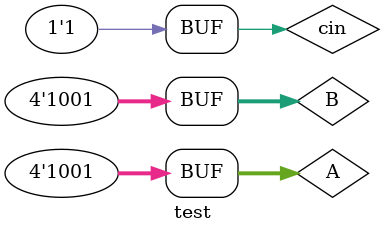
<source format=v>
`timescale 1ns / 1ps


module test();
reg [3:0]A,B;
reg cin;
wire [3:0]sum;
wire cout;
initial 
begin
    #10 A=2;B=3;cin=0;
    #10 A=2;B=3;cin=1;
    #10 A=6;B=3;cin=1;
    #10 A=8;B=3;cin=0;
    #10 A=9;B=3;cin=1;
     #10 A=8;B=9;cin=0;
    #10 A=9;B=9;cin=1;
end
add10 s(A,B,cin,cout,sum);
endmodule

</source>
